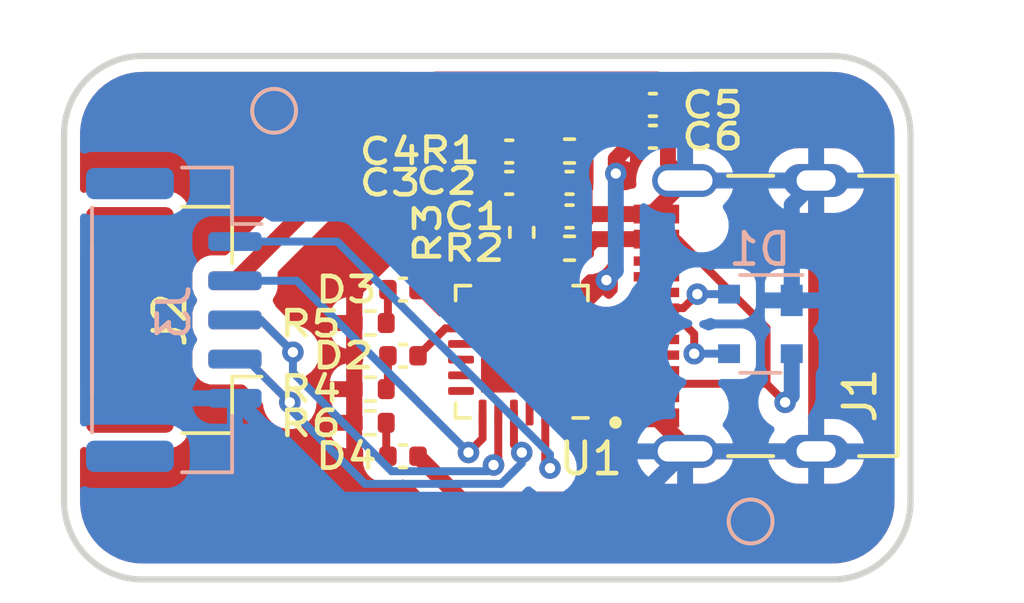
<source format=kicad_pcb>
(kicad_pcb (version 20211014) (generator pcbnew)
  (layers (0 "F.Cu" signal "Front") (31 "B.Cu" signal "Back") (34 "B.Paste" user) (35 "F.Paste" user) (36 "B.SilkS" user "B.Silkscreen") (37 "F.SilkS" user "F.Silkscreen") (38 "B.Mask" user) (39 "F.Mask" user) (44 "Edge.Cuts" user))
  (net 0 "")
  (net 1 "Net-(C1-Pad1)")
  (net 2 "GND")
  (net 3 "+3V3")
  (net 4 "+5V")
  (net 5 "D+")
  (net 6 "D-")
  (net 7 "TXT")
  (net 8 "Net-(D2-Pad2)")
  (net 9 "RXT")
  (net 10 "Net-(D3-Pad2)")
  (net 11 "Net-(D4-Pad2)")
  (net 12 "RTS")
  (net 13 "RXD")
  (net 14 "TXD")
  (net 15 "DTR")
  (net 22 "Net-(U1-Pad9)")
  (footprint "Resistor_SMD:R_0402_1005Metric" (layer "F.Cu") (at 102.624 54.684)
    (fp_text reference "R1" (at -3.824 -0.021) (layer "F.SilkS") (effects (font (size 0.8 1))))
    (fp_text value "47.5k")
    (fp_line (start -0.153641 -0.38) (end 0.153641 -0.38) (layer "F.SilkS") (width 0.12))
    (fp_line (start -0.153641 0.38) (end 0.153641 0.38) (layer "F.SilkS") (width 0.12))
    (pad "1" smd roundrect (at -0.51 0) (size 0.54 0.64) (layers "F.Cu" "F.Paste" "F.Mask") (net 1 "Net-(C1-Pad1)"))
    (pad "2" smd roundrect (at 0.51 0) (size 0.54 0.64) (layers "F.Cu" "F.Paste" "F.Mask") (net 2 "GND"))
  )
  (footprint "Resistor_SMD:R_0402_1005Metric" (layer "F.Cu") (at 102.624 57.785 180)
    (fp_text reference "R2" (at 3.048 0) (layer "F.SilkS") (effects (font (size 0.8 1))))
    (fp_text value "22.1k")
    (fp_line (start -0.153641 0.38) (end 0.153641 0.38) (layer "F.SilkS") (width 0.12))
    (fp_line (start -0.153641 -0.38) (end 0.153641 -0.38) (layer "F.SilkS") (width 0.12))
    (pad "1" smd roundrect (at -0.51 0 180) (size 0.54 0.64) (layers "F.Cu" "F.Paste" "F.Mask") (net 4 "+5V"))
    (pad "2" smd roundrect (at 0.51 0 180) (size 0.54 0.64) (layers "F.Cu" "F.Paste" "F.Mask") (net 1 "Net-(C1-Pad1)"))
  )
  (footprint "Rolling_Custom:HRO_TYPE-C-31-M-12" (layer "F.Cu") (at 110.49 59.944 90)
    (fp_text reference "J1" (at -2.54 1.397 90) (layer "F.SilkS"))
    (fp_text value "TYPE-C-31-M-12" hide)
    (fp_line (start -4.47 -2.81) (end -4.47 -1.37) (layer "F.SilkS") (width 0.127))
    (fp_line (start 4.47 1.37) (end 4.47 2.6) (layer "F.SilkS") (width 0.127))
    (fp_line (start 4.47 -2.81) (end 4.47 -1.37) (layer "F.SilkS") (width 0.127))
    (fp_line (start -4.47 2.6) (end -4.47 1.37) (layer "F.SilkS") (width 0.127))
    (fp_line (start 4.47 2.6) (end -4.47 2.6) (layer "F.SilkS") (width 0.127))
    (fp_circle (center -3.4 -6.4) (end -3.3 -6.4) (layer "F.SilkS") (width 0.2) (fill none))
    (pad "" np_thru_hole circle (at -2.89 -3.65 90) (size 0.7 0.7) (drill 0.7) (layers *.Cu *.Mask))
    (pad "" np_thru_hole circle (at 2.89 -3.65 90) (size 0.7 0.7) (drill 0.7) (layers *.Cu *.Mask))
    (pad "A1B12" smd rect (at -3.25 -5.095 90) (size 0.6 1.45) (layers "F.Cu" "F.Paste" "F.Mask") (net 2 "GND"))
    (pad "A4B9" smd rect (at -2.45 -5.095 90) (size 0.6 1.45) (layers "F.Cu" "F.Paste" "F.Mask") (net 4 "+5V"))
    (pad "A5" smd rect (at -1.25 -5.095 90) (size 0.3 1.45) (layers "F.Cu" "F.Paste" "F.Mask"))
    (pad "A6" smd rect (at -0.25 -5.095 90) (size 0.3 1.45) (layers "F.Cu" "F.Paste" "F.Mask") (net 5 "D+"))
    (pad "A7" smd rect (at 0.25 -5.095 90) (size 0.3 1.45) (layers "F.Cu" "F.Paste" "F.Mask") (net 6 "D-"))
    (pad "A8" smd rect (at 1.25 -5.095 90) (size 0.3 1.45) (layers "F.Cu" "F.Paste" "F.Mask"))
    (pad "B1A12" smd rect (at 3.25 -5.095 90) (size 0.6 1.45) (layers "F.Cu" "F.Paste" "F.Mask") (net 2 "GND"))
    (pad "B4A9" smd rect (at 2.45 -5.095 90) (size 0.6 1.45) (layers "F.Cu" "F.Paste" "F.Mask") (net 4 "+5V"))
    (pad "B5" smd rect (at 1.75 -5.095 90) (size 0.3 1.45) (layers "F.Cu" "F.Paste" "F.Mask"))
    (pad "B6" smd rect (at 0.75 -5.095 90) (size 0.3 1.45) (layers "F.Cu" "F.Paste" "F.Mask"))
    (pad "B7" smd rect (at -0.75 -5.095 90) (size 0.3 1.45) (layers "F.Cu" "F.Paste" "F.Mask"))
    (pad "B8" smd rect (at -1.75 -5.095 90) (size 0.3 1.45) (layers "F.Cu" "F.Paste" "F.Mask"))
    (pad "S1" thru_hole oval (at -4.32 -4.18 90) (size 1.05 2.1) (drill oval 0.65 1.75) (layers *.Cu *.Mask) (net 2 "GND"))
    (pad "S2" thru_hole oval (at 4.32 -4.18 90) (size 1.05 2.1) (drill oval 0.65 1.75) (layers *.Cu *.Mask) (net 2 "GND"))
    (pad "S3" thru_hole oval (at -4.32 0 90) (size 1.05 2.1) (drill oval 0.65 1.25) (layers *.Cu *.Mask) (net 2 "GND"))
    (pad "S4" thru_hole oval (at 4.32 0 90) (size 1.05 2.1) (drill oval 0.65 1.25) (layers *.Cu *.Mask) (net 2 "GND"))
  )
  (footprint "Capacitor_SMD:C_0402_1005Metric" (layer "F.Cu") (at 97.31 64.4184 180)
    (fp_text reference "D4" (at 1.806 0) (layer "F.SilkS") (effects (font (size 0.8 1))))
    (fp_text value "NCD0402W1")
    (fp_line (start -0.107836 0.36) (end 0.107836 0.36) (layer "F.SilkS") (width 0.12))
    (fp_line (start -0.107836 -0.36) (end 0.107836 -0.36) (layer "F.SilkS") (width 0.12))
    (pad "1" smd roundrect (at -0.48 0 180) (size 0.56 0.62) (layers "F.Cu" "F.Paste" "F.Mask") (net 2 "GND"))
    (pad "2" smd roundrect (at 0.48 0 180) (size 0.56 0.62) (layers "F.Cu" "F.Paste" "F.Mask") (net 11 "Net-(D4-Pad2)"))
  )
  (footprint "Capacitor_SMD:C_0402_1005Metric" (layer "F.Cu") (at 100.7 55.7 180)
    (fp_text reference "C3" (at 3.8 0) (layer "F.SilkS") (effects (font (size 0.8 1))))
    (fp_text value "1uf")
    (fp_line (start -0.107836 0.36) (end 0.107836 0.36) (layer "F.SilkS") (width 0.12))
    (fp_line (start -0.107836 -0.36) (end 0.107836 -0.36) (layer "F.SilkS") (width 0.12))
    (pad "1" smd roundrect (at -0.48 0 180) (size 0.56 0.62) (layers "F.Cu" "F.Paste" "F.Mask") (net 1 "Net-(C1-Pad1)"))
    (pad "2" smd roundrect (at 0.48 0 180) (size 0.56 0.62) (layers "F.Cu" "F.Paste" "F.Mask") (net 2 "GND"))
  )
  (footprint "Capacitor_SMD:C_0402_1005Metric" (layer "F.Cu") (at 105.283 54.229)
    (fp_text reference "C6" (at 1.905 0) (layer "F.SilkS") (effects (font (size 0.8 1))))
    (fp_text value "0.1uf")
    (fp_line (start -0.107836 0.36) (end 0.107836 0.36) (layer "F.SilkS") (width 0.12))
    (fp_line (start -0.107836 -0.36) (end 0.107836 -0.36) (layer "F.SilkS") (width 0.12))
    (pad "1" smd roundrect (at -0.48 0) (size 0.56 0.62) (layers "F.Cu" "F.Paste" "F.Mask") (net 3 "+3V3"))
    (pad "2" smd roundrect (at 0.48 0) (size 0.56 0.62) (layers "F.Cu" "F.Paste" "F.Mask") (net 2 "GND"))
  )
  (footprint "Capacitor_SMD:C_0402_1005Metric" (layer "F.Cu") (at 102.624 55.7)
    (fp_text reference "C2" (at -3.924 -0.053) (layer "F.SilkS") (effects (font (size 0.8 1))))
    (fp_text value "4.7uf")
    (fp_line (start -0.107836 -0.36) (end 0.107836 -0.36) (layer "F.SilkS") (width 0.12))
    (fp_line (start -0.107836 0.36) (end 0.107836 0.36) (layer "F.SilkS") (width 0.12))
    (pad "1" smd roundrect (at -0.48 0) (size 0.56 0.62) (layers "F.Cu" "F.Paste" "F.Mask") (net 1 "Net-(C1-Pad1)"))
    (pad "2" smd roundrect (at 0.48 0) (size 0.56 0.62) (layers "F.Cu" "F.Paste" "F.Mask") (net 2 "GND"))
  )
  (footprint "Capacitor_SMD:C_0402_1005Metric" (layer "F.Cu") (at 102.624 56.769)
    (fp_text reference "C1" (at -3.048 0) (layer "F.SilkS") (effects (font (size 0.8 1))))
    (fp_text value "0.1uf")
    (fp_line (start -0.107836 0.36) (end 0.107836 0.36) (layer "F.SilkS") (width 0.12))
    (fp_line (start -0.107836 -0.36) (end 0.107836 -0.36) (layer "F.SilkS") (width 0.12))
    (pad "1" smd roundrect (at -0.48 0) (size 0.56 0.62) (layers "F.Cu" "F.Paste" "F.Mask") (net 1 "Net-(C1-Pad1)"))
    (pad "2" smd roundrect (at 0.48 0) (size 0.56 0.62) (layers "F.Cu" "F.Paste" "F.Mask") (net 2 "GND"))
  )
  (footprint "Resistor_SMD:R_0402_1005Metric" (layer "F.Cu") (at 96.266 62.2788)
    (fp_text reference "R4" (at -1.905 0) (layer "F.SilkS") (effects (font (size 0.8 1))))
    (fp_text value "200R")
    (fp_line (start -0.153641 -0.38) (end 0.153641 -0.38) (layer "F.SilkS") (width 0.12))
    (fp_line (start -0.153641 0.38) (end 0.153641 0.38) (layer "F.SilkS") (width 0.12))
    (pad "1" smd roundrect (at -0.51 0) (size 0.54 0.64) (layers "F.Cu" "F.Paste" "F.Mask") (net 3 "+3V3"))
    (pad "2" smd roundrect (at 0.51 0) (size 0.54 0.64) (layers "F.Cu" "F.Paste" "F.Mask") (net 8 "Net-(D2-Pad2)"))
  )
  (footprint "Package_DFN_QFN:QFN-24-1EP_4x4mm_P0.5mm_EP2.6x2.6mm" (layer "F.Cu") (at 101.1 61.087 180)
    (fp_text reference "U1" (at -2.2 -3.413) (layer "F.SilkS"))
    (fp_text value "CP2102N-A02-GQFN24")
    (fp_line (start -1.635 2.11) (end -2.11 2.11) (layer "F.SilkS") (width 0.12))
    (fp_line (start 2.11 -2.11) (end 2.11 -1.635) (layer "F.SilkS") (width 0.12))
    (fp_line (start 1.635 -2.11) (end 2.11 -2.11) (layer "F.SilkS") (width 0.12))
    (fp_line (start -2.11 2.11) (end -2.11 1.635) (layer "F.SilkS") (width 0.12))
    (fp_line (start 1.635 2.11) (end 2.11 2.11) (layer "F.SilkS") (width 0.12))
    (fp_line (start -1.635 -2.11) (end -2.11 -2.11) (layer "F.SilkS") (width 0.12))
    (fp_line (start 2.11 2.11) (end 2.11 1.635) (layer "F.SilkS") (width 0.12))
    (pad "1" smd roundrect (at -1.9375 -1.25 180) (size 0.825 0.25) (layers "F.Cu" "F.Paste" "F.Mask"))
    (pad "2" smd roundrect (at -1.9375 -0.75 180) (size 0.825 0.25) (layers "F.Cu" "F.Paste" "F.Mask") (net 2 "GND"))
    (pad "3" smd roundrect (at -1.9375 -0.25 180) (size 0.825 0.25) (layers "F.Cu" "F.Paste" "F.Mask") (net 5 "D+"))
    (pad "4" smd roundrect (at -1.9375 0.25 180) (size 0.825 0.25) (layers "F.Cu" "F.Paste" "F.Mask") (net 6 "D-"))
    (pad "5" smd roundrect (at -1.9375 0.75 180) (size 0.825 0.25) (layers "F.Cu" "F.Paste" "F.Mask") (net 3 "+3V3"))
    (pad "6" smd roundrect (at -1.9375 1.25 180) (size 0.825 0.25) (layers "F.Cu" "F.Paste" "F.Mask") (net 3 "+3V3"))
    (pad "7" smd roundrect (at -1.25 1.9375 180) (size 0.25 0.825) (layers "F.Cu" "F.Paste" "F.Mask") (net 4 "+5V"))
    (pad "8" smd roundrect (at -0.75 1.9375 180) (size 0.25 0.825) (layers "F.Cu" "F.Paste" "F.Mask") (net 1 "Net-(C1-Pad1)"))
    (pad "9" smd roundrect (at -0.25 1.9375 180) (size 0.25 0.825) (layers "F.Cu" "F.Paste" "F.Mask") (net 22 "Net-(U1-Pad9)"))
    (pad "10" smd roundrect (at 0.25 1.9375 180) (size 0.25 0.825) (layers "F.Cu" "F.Paste" "F.Mask"))
    (pad "11" smd roundrect (at 0.75 1.9375 180) (size 0.25 0.825) (layers "F.Cu" "F.Paste" "F.Mask"))
    (pad "12" smd roundrect (at 1.25 1.9375 180) (size 0.25 0.825) (layers "F.Cu" "F.Paste" "F.Mask"))
    (pad "13" smd roundrect (at 1.9375 1.25 180) (size 0.825 0.25) (layers "F.Cu" "F.Paste" "F.Mask") (net 9 "RXT"))
    (pad "14" smd roundrect (at 1.9375 0.75 180) (size 0.825 0.25) (layers "F.Cu" "F.Paste" "F.Mask") (net 7 "TXT"))
    (pad "15" smd roundrect (at 1.9375 0.25 180) (size 0.825 0.25) (layers "F.Cu" "F.Paste" "F.Mask"))
    (pad "16" smd roundrect (at 1.9375 -0.25 180) (size 0.825 0.25) (layers "F.Cu" "F.Paste" "F.Mask"))
    (pad "17" smd roundrect (at 1.9375 -0.75 180) (size 0.825 0.25) (layers "F.Cu" "F.Paste" "F.Mask"))
    (pad "18" smd roundrect (at 1.9375 -1.25 180) (size 0.825 0.25) (layers "F.Cu" "F.Paste" "F.Mask"))
    (pad "19" smd roundrect (at 1.25 -1.9375 180) (size 0.25 0.825) (layers "F.Cu" "F.Paste" "F.Mask") (net 12 "RTS"))
    (pad "20" smd roundrect (at 0.75 -1.9375 180) (size 0.25 0.825) (layers "F.Cu" "F.Paste" "F.Mask") (net 13 "RXD"))
    (pad "21" smd roundrect (at 0.25 -1.9375 180) (size 0.25 0.825) (layers "F.Cu" "F.Paste" "F.Mask") (net 14 "TXD"))
    (pad "22" smd roundrect (at -0.25 -1.9375 180) (size 0.25 0.825) (layers "F.Cu" "F.Paste" "F.Mask"))
    (pad "23" smd roundrect (at -0.75 -1.9375 180) (size 0.25 0.825) (layers "F.Cu" "F.Paste" "F.Mask") (net 15 "DTR"))
    (pad "24" smd roundrect (at -1.25 -1.9375 180) (size 0.25 0.825) (layers "F.Cu" "F.Paste" "F.Mask"))
    (pad "25" smd rect (at 0 0 180) (size 2.6 2.6) (layers "F.Cu" "F.Mask") (net 2 "GND"))
  )
  (footprint "Resistor_SMD:R_0402_1005Metric" (layer "F.Cu") (at 96.266 60.1686)
    (fp_text reference "R5" (at -1.905 0.0294) (layer "F.SilkS") (effects (font (size 0.8 1))))
    (fp_text value "200R")
    (fp_line (start -0.153641 0.38) (end 0.153641 0.38) (layer "F.SilkS") (width 0.12))
    (fp_line (start -0.153641 -0.38) (end 0.153641 -0.38) (layer "F.SilkS") (width 0.12))
    (pad "1" smd roundrect (at -0.51 0) (size 0.54 0.64) (layers "F.Cu" "F.Paste" "F.Mask") (net 3 "+3V3"))
    (pad "2" smd roundrect (at 0.51 0) (size 0.54 0.64) (layers "F.Cu" "F.Paste" "F.Mask") (net 10 "Net-(D3-Pad2)"))
  )
  (footprint "Capacitor_SMD:C_0402_1005Metric" (layer "F.Cu") (at 97.31 59.1038 180)
    (fp_text reference "D3" (at 1.806 0) (layer "F.SilkS") (effects (font (size 0.8 1))))
    (fp_text value "NCD0402G1")
    (fp_line (start -0.107836 0.36) (end 0.107836 0.36) (layer "F.SilkS") (width 0.12))
    (fp_line (start -0.107836 -0.36) (end 0.107836 -0.36) (layer "F.SilkS") (width 0.12))
    (pad "1" smd roundrect (at -0.48 0 180) (size 0.56 0.62) (layers "F.Cu" "F.Paste" "F.Mask") (net 9 "RXT"))
    (pad "2" smd roundrect (at 0.48 0 180) (size 0.56 0.62) (layers "F.Cu" "F.Paste" "F.Mask") (net 10 "Net-(D3-Pad2)"))
  )
  (footprint "Resistor_SMD:R_0402_1005Metric" (layer "F.Cu") (at 101.1 57.277 90)
    (fp_text reference "R3" (at -0.023 -3 90) (layer "F.SilkS") (effects (font (size 0.8 1))))
    (fp_text value "1k")
    (fp_line (start -0.153641 0.38) (end 0.153641 0.38) (layer "F.SilkS") (width 0.12))
    (fp_line (start -0.153641 -0.38) (end 0.153641 -0.38) (layer "F.SilkS") (width 0.12))
    (pad "1" smd roundrect (at -0.51 0 90) (size 0.54 0.64) (layers "F.Cu" "F.Paste" "F.Mask") (net 22 "Net-(U1-Pad9)"))
    (pad "2" smd roundrect (at 0.51 0 90) (size 0.54 0.64) (layers "F.Cu" "F.Paste" "F.Mask") (net 3 "+3V3"))
  )
  (footprint "TestPoint:TestPoint_Pad_D1.0mm" (layer "F.Cu") (at 93.2 53.4)
    (fp_text reference "REF**" hide)
    (fp_text value "TestPoint_Pad_D1.0mm")
    (fp_circle (center 0 0) (end 0 0.7) (layer "F.SilkS") (width 0.12) (fill none))
    (pad "1" smd circle (at 0 0) (size 1 1) (layers "F.Cu" "F.Mask") (net 3 "+3V3"))
  )
  (footprint "TestPoint:TestPoint_Pad_D1.0mm" (layer "F.Cu") (at 108.4 66.5)
    (fp_text reference "REF**" hide)
    (fp_text value "TestPoint_Pad_D1.0mm")
    (fp_circle (center 0 0) (end 0 0.7) (layer "F.SilkS") (width 0.12) (fill none))
    (pad "1" smd circle (at 0 0) (size 1 1) (layers "F.Cu" "F.Mask") (net 3 "+3V3"))
  )
  (footprint "Capacitor_SMD:C_0402_1005Metric" (layer "F.Cu") (at 97.31 61.214 180)
    (fp_text reference "D2" (at 1.905 0) (layer "F.SilkS") (effects (font (size 0.8 1))))
    (fp_text value "MHT136UBCT")
    (fp_line (start -0.107836 -0.36) (end 0.107836 -0.36) (layer "F.SilkS") (width 0.12))
    (fp_line (start -0.107836 0.36) (end 0.107836 0.36) (layer "F.SilkS") (width 0.12))
    (pad "1" smd roundrect (at -0.48 0 180) (size 0.56 0.62) (layers "F.Cu" "F.Paste" "F.Mask") (net 7 "TXT"))
    (pad "2" smd roundrect (at 0.48 0 180) (size 0.56 0.62) (layers "F.Cu" "F.Paste" "F.Mask") (net 8 "Net-(D2-Pad2)"))
  )
  (footprint "Connector_JST:JST_GH_BM03B-GHS-TBT_1x03-1MP_P1.25mm_Vertical" (layer "F.Cu") (at 90 60.071 90)
    (fp_text reference "J2" (at 0 -0.127 90) (layer "F.SilkS"))
    (fp_text value "UART_NPWR")
    (fp_line (start -3.61 1.86) (end -1.81 1.86) (layer "F.SilkS") (width 0.12))
    (fp_line (start 3.61 1.86) (end 1.81 1.86) (layer "F.SilkS") (width 0.12))
    (fp_line (start -1.81 1.86) (end -1.81 2.8) (layer "F.SilkS") (width 0.12))
    (fp_line (start 3.61 0.26) (end 3.61 1.86) (layer "F.SilkS") (width 0.12))
    (fp_line (start -2.34 -2.61) (end 2.34 -2.61) (layer "F.SilkS") (width 0.12))
    (fp_line (start -3.61 0.26) (end -3.61 1.86) (layer "F.SilkS") (width 0.12))
    (pad "1" smd roundrect locked (at -1.25 1.95 90) (size 0.6 1.7) (layers "F.Cu" "F.Paste" "F.Mask") (net 14 "TXD"))
    (pad "2" smd roundrect locked (at 0 1.95 90) (size 0.6 1.7) (layers "F.Cu" "F.Paste" "F.Mask") (net 13 "RXD"))
    (pad "3" smd roundrect locked (at 1.25 1.95 90) (size 0.6 1.7) (layers "F.Cu" "F.Paste" "F.Mask") (net 2 "GND"))
    (pad "MP" smd roundrect locked (at 3.1 -1.4 90) (size 1 2.8) (layers "F.Cu" "F.Paste" "F.Mask"))
    (pad "MP" smd roundrect locked (at -3.1 -1.4 90) (size 1 2.8) (layers "F.Cu" "F.Paste" "F.Mask"))
  )
  (footprint "Resistor_SMD:R_0402_1005Metric" (layer "F.Cu") (at 96.266 63.3536)
    (fp_text reference "R6" (at -1.905 0.0194) (layer "F.SilkS") (effects (font (size 0.8 1))))
    (fp_text value "200R")
    (fp_line (start -0.153641 -0.38) (end 0.153641 -0.38) (layer "F.SilkS") (width 0.12))
    (fp_line (start -0.153641 0.38) (end 0.153641 0.38) (layer "F.SilkS") (width 0.12))
    (pad "1" smd roundrect (at -0.51 0) (size 0.54 0.64) (layers "F.Cu" "F.Paste" "F.Mask") (net 3 "+3V3"))
    (pad "2" smd roundrect (at 0.51 0) (size 0.54 0.64) (layers "F.Cu" "F.Paste" "F.Mask") (net 11 "Net-(D4-Pad2)"))
  )
  (footprint "Capacitor_SMD:C_0402_1005Metric" (layer "F.Cu") (at 105.283 53.213)
    (fp_text reference "C5" (at 1.905 0) (layer "F.SilkS") (effects (font (size 0.8 1))))
    (fp_text value "4.7uf")
    (fp_line (start -0.107836 0.36) (end 0.107836 0.36) (layer "F.SilkS") (width 0.12))
    (fp_line (start -0.107836 -0.36) (end 0.107836 -0.36) (layer "F.SilkS") (width 0.12))
    (pad "1" smd roundrect (at -0.48 0) (size 0.56 0.62) (layers "F.Cu" "F.Paste" "F.Mask") (net 3 "+3V3"))
    (pad "2" smd roundrect (at 0.48 0) (size 0.56 0.62) (layers "F.Cu" "F.Paste" "F.Mask") (net 2 "GND"))
  )
  (footprint "Capacitor_SMD:C_0402_1005Metric" (layer "F.Cu") (at 100.7 54.7 180)
    (fp_text reference "C4" (at 3.8 0) (layer "F.SilkS") (effects (font (size 0.8 1))))
    (fp_text value "100uf")
    (fp_line (start -0.107836 -0.36) (end 0.107836 -0.36) (layer "F.SilkS") (width 0.12))
    (fp_line (start -0.107836 0.36) (end 0.107836 0.36) (layer "F.SilkS") (width 0.12))
    (pad "1" smd roundrect (at -0.48 0 180) (size 0.56 0.62) (layers "F.Cu" "F.Paste" "F.Mask") (net 1 "Net-(C1-Pad1)"))
    (pad "2" smd roundrect (at 0.48 0 180) (size 0.56 0.62) (layers "F.Cu" "F.Paste" "F.Mask") (net 2 "GND"))
  )
  (footprint "Package_TO_SOT_SMD:SOT-143" (layer "B.Cu") (at 108.712 60.198 180)
    (fp_text reference "D1" (at 0.02 2.38) (layer "B.SilkS") (effects (justify mirror)))
    (fp_text value "SP0503BAHT")
    (fp_line (start -0.65 -1.56) (end 0.65 -1.56) (layer "B.SilkS") (width 0.12))
    (fp_line (start 0.65 1.56) (end -1.35 1.56) (layer "B.SilkS") (width 0.12))
    (pad "1" smd rect (at -1 0.75 180) (size 0.7 1) (layers "B.Cu" "B.Paste" "B.Mask") (net 2 "GND"))
    (pad "2" smd rect (at -1 -0.95 180) (size 0.7 0.6) (layers "B.Cu" "B.Paste" "B.Mask") (net 4 "+5V"))
    (pad "3" smd rect (at 1 -0.95 180) (size 0.7 0.6) (layers "B.Cu" "B.Paste" "B.Mask") (net 5 "D+"))
    (pad "4" smd rect (at 1 0.95 180) (size 0.7 0.6) (layers "B.Cu" "B.Paste" "B.Mask") (net 6 "D-"))
  )
  (footprint "Connector_JST:JST_GH_BM05B-GHS-TBT_1x05-1MP_P1.25mm_Vertical" (layer "B.Cu") (at 90 60.071 -90)
    (fp_text reference "J3" (at -0.254 0 90) (layer "B.SilkS") (effects (justify mirror)))
    (fp_text value "UART_FLASH_ESP" hide)
    (fp_line (start -4.86 -1.86) (end -3.06 -1.86) (layer "B.SilkS") (width 0.12))
    (fp_line (start -4.86 -0.26) (end -4.86 -1.86) (layer "B.SilkS") (width 0.12))
    (fp_line (start 4.86 -1.86) (end 3.06 -1.86) (layer "B.SilkS") (width 0.12))
    (fp_line (start -3.06 -1.86) (end -3.06 -2.8) (layer "B.SilkS") (width 0.12))
    (fp_line (start 4.86 -0.26) (end 4.86 -1.86) (layer "B.SilkS") (width 0.12))
    (fp_line (start -3.59 2.61) (end 3.59 2.61) (layer "B.SilkS") (width 0.12))
    (pad "1" smd roundrect locked (at -2.5 -1.95 270) (size 0.6 1.7) (layers "B.Cu" "B.Paste" "B.Mask") (net 15 "DTR"))
    (pad "2" smd roundrect locked (at -1.25 -1.95 270) (size 0.6 1.7) (layers "B.Cu" "B.Paste" "B.Mask") (net 12 "RTS"))
    (pad "3" smd roundrect locked (at 0 -1.95 270) (size 0.6 1.7) (layers "B.Cu" "B.Paste" "B.Mask") (net 13 "RXD"))
    (pad "4" smd roundrect locked (at 1.25 -1.95 270) (size 0.6 1.7) (layers "B.Cu" "B.Paste" "B.Mask") (net 14 "TXD"))
    (pad "5" smd roundrect locked (at 2.5 -1.95 270) (size 0.6 1.7) (layers "B.Cu" "B.Paste" "B.Mask") (net 2 "GND"))
    (pad "MP" smd roundrect locked (at -4.35 1.4 270) (size 1 2.8) (layers "B.Cu" "B.Paste" "B.Mask"))
    (pad "MP" smd roundrect locked (at 4.35 1.4 270) (size 1 2.8) (layers "B.Cu" "B.Paste" "B.Mask"))
  )
  (footprint "TestPoint:TestPoint_Pad_D1.0mm" (layer "B.Cu") (at 108.4 66.5 180)
    (fp_text reference "REF**" hide)
    (fp_text value "TestPoint_Pad_D1.0mm")
    (fp_circle (center 0 0) (end 0 -0.7) (layer "B.SilkS") (width 0.12) (fill none))
    (pad "1" smd circle (at 0 0 180) (size 1 1) (layers "B.Cu" "B.Mask") (net 2 "GND"))
  )
  (footprint "TestPoint:TestPoint_Pad_D1.0mm" (layer "B.Cu") (at 93.2 53.4 180)
    (fp_text reference "REF**" hide)
    (fp_text value "TestPoint_Pad_D1.0mm")
    (fp_circle (center 0 0) (end 0 -0.7) (layer "B.SilkS") (width 0.12) (fill none))
    (pad "1" smd circle (at 0 0 180) (size 1 1) (layers "B.Cu" "B.Mask") (net 2 "GND"))
  )
  (gr_arc (start 111 51.65) (mid 112.767767 52.382233) (end 113.5 54.15) (layer "Edge.Cuts") (width 0.2))
  (gr_arc (start 89 68.35) (mid 87.232233 67.617767) (end 86.5 65.85) (layer "Edge.Cuts") (width 0.2))
  (gr_line (start 86.5 54.15) (end 86.5 65.85) (layer "Edge.Cuts") (width 0.2))
  (gr_line (start 89 51.65) (end 111 51.65) (layer "Edge.Cuts") (width 0.2))
  (gr_line (start 89 68.35) (end 111 68.35) (layer "Edge.Cuts") (width 0.2))
  (gr_arc (start 113.5 65.85) (mid 112.767767 67.617767) (end 111 68.35) (layer "Edge.Cuts") (width 0.2))
  (gr_arc (start 86.5 54.15) (mid 87.232233 52.382233) (end 89 51.65) (layer "Edge.Cuts") (width 0.2))
  (gr_line (start 113.5 54.15) (end 113.5 65.85) (layer "Edge.Cuts") (width 0.2))
  (segment (start 101.85 58.049) (end 102.114 57.785) (width 0.254) (layer "F.Cu") (net 1))
  (segment (start 102.114 54.684) (end 102.114 55.67) (width 0.508) (layer "F.Cu") (net 1))
  (segment (start 101.18 55.7) (end 101.18 54.7) (width 0.508) (layer "F.Cu") (net 1))
  (segment (start 101.18 54.7) (end 102.098 54.7) (width 0.508) (layer "F.Cu") (net 1))
  (segment (start 102.144 55.7) (end 102.144 57.755) (width 0.508) (layer "F.Cu") (net 1))
  (segment (start 101.85 59.1495) (end 101.85 58.049) (width 0.254) (layer "F.Cu") (net 1))
  (segment (start 105.395 56.694) (end 105.395 56.539) (width 0.508) (layer "F.Cu") (net 2))
  (segment (start 106.31 64.109) (end 105.395 63.194) (width 0.508) (layer "F.Cu") (net 2))
  (segment (start 105.763 52.763) (end 105.763 53.213) (width 0.508) (layer "F.Cu") (net 2))
  (segment (start 100.22 54.48) (end 100.22 54.7) (width 0.508) (layer "F.Cu") (net 2))
  (segment (start 106.31 64.264) (end 106.31 64.109) (width 0.508) (layer "F.Cu") (net 2))
  (segment (start 105.763 55.077) (end 106.31 55.624) (width 0.508) (layer "F.Cu") (net 2))
  (segment (start 105.763 54.229) (end 105.763 55.077) (width 0.508) (layer "F.Cu") (net 2))
  (segment (start 103.134 54.334) (end 102.6 53.8) (width 0.508) (layer "F.Cu") (net 2))
  (segment (start 103.0375 61.837) (end 103.537 61.837) (width 0.254) (layer "F.Cu") (net 2))
  (segment (start 103.0375 61.837) (end 101.85 61.837) (width 0.254) (layer "F.Cu") (net 2))
  (segment (start 104 62.3) (end 104 62.7) (width 0.254) (layer "F.Cu") (net 2))
  (segment (start 104.494 63.194) (end 105.395 63.194) (width 0.254) (layer "F.Cu") (net 2))
  (segment (start 103.537 61.837) (end 104 62.3) (width 0.254) (layer "F.Cu") (net 2))
  (segment (start 101.85 61.837) (end 101.1 61.087) (width 0.254) (layer "F.Cu") (net 2))
  (segment (start 97.79 64.4184) (end 99.1716 65.8) (width 0.508) (layer "F.Cu") (net 2))
  (segment (start 103.134 54.684) (end 103.134 54.334) (width 0.508) (layer "F.Cu") (net 2))
  (segment (start 103.104 56.769) (end 103.104 55.7) (width 0.508) (layer "F.Cu") (net 2))
  (segment (start 103.179 56.694) (end 103.104 56.769) (width 0.508) (layer "F.Cu") (net 2))
  (segment (start 100.9 53.8) (end 100.22 54.48) (width 0.508) (layer "F.Cu") (net 2))
  (segment (start 91.95 58.821) (end 98.371 52.4) (width 0.508) (layer "F.Cu") (net 2))
  (segment (start 103.134 54.684) (end 103.134 55.67) (width 0.508) (layer "F.Cu") (net 2))
  (segment (start 105.395 56.539) (end 106.31 55.624) (width 0.508) (layer "F.Cu") (net 2))
  (segment (start 100.22 55.7) (end 100.22 54.7) (width 0.508) (layer "F.Cu") (net 2))
  (segment (start 110.49 64.264) (end 110.49 55.624) (width 0.508) (layer "F.Cu") (net 2))
  (segment (start 98.371 52.4) (end 105.4 52.4) (width 0.508) (layer "F.Cu") (net 2))
  (segment (start 105.395 56.694) (end 103.179 56.694) (width 0.508) (layer "F.Cu") (net 2))
  (segment (start 102.6 53.8) (end 100.9 53.8) (width 0.508) (layer "F.Cu") (net 2))
  (segment (start 99.1716 65.8) (end 104.774 65.8) (width 0.508) (layer "F.Cu") (net 2))
  (segment (start 104.774 65.8) (end 106.31 64.264) (width 0.508) (layer "F.Cu") (net 2))
  (segment (start 106.31 64.264) (end 110.49 64.264) (width 0.508) (layer "F.Cu") (net 2))
  (segment (start 106.31 55.624) (end 110.49 55.624) (width 0.508) (layer "F.Cu") (net 2))
  (segment (start 104 62.7) (end 104.494 63.194) (width 0.254) (layer "F.Cu") (net 2))
  (segment (start 105.763 54.229) (end 105.763 53.213) (width 0.508) (layer "F.Cu") (net 2))
  (segment (start 105.4 52.4) (end 105.763 52.763) (width 0.508) (layer "F.Cu") (net 2))
  (segment (start 104.76648 65.80752) (end 106.31 64.264) (width 0.508) (layer "B.Cu") (net 2))
  (segment (start 109.712 56.402) (end 110.49 55.624) (width 0.508) (layer "B.Cu") (net 2))
  (segment (start 91.95 62.571) (end 95.18652 65.80752) (width 0.508) (layer "B.Cu") (net 2))
  (segment (start 109.712 59.448) (end 109.712 56.402) (width 0.508) (layer "B.Cu") (net 2))
  (segment (start 95.18652 65.80752) (end 104.76648 65.80752) (width 0.508) (layer "B.Cu") (net 2))
  (segment (start 98.120674 56.767) (end 95.756 59.131674) (width 0.508) (layer "F.Cu") (net 3))
  (segment (start 103.8 58.8) (end 103 59.6) (width 0.508) (layer "F.Cu") (net 3))
  (segment (start 98.633 56.767) (end 98.633 55.169654) (width 0.508) (layer "F.Cu") (net 3))
  (segment (start 104.755481 53.165481) (end 104.803 53.213) (width 0.508) (layer "F.Cu") (net 3))
  (segment (start 104.803 53.213) (end 104.803 54.229) (width 0.508) (layer "F.Cu") (net 3))
  (segment (start 95.756 63.3536) (end 95.756 60.1686) (width 0.508) (layer "F.Cu") (net 3))
  (segment (start 103 59.6) (end 103 59.7995) (width 0.508) (layer "F.Cu") (net 3))
  (segment (start 100.637173 53.165481) (end 104.755481 53.165481) (width 0.508) (layer "F.Cu") (net 3))
  (segment (start 98.633 55.169654) (end 100.637173 53.165481) (width 0.508) (layer "F.Cu") (net 3))
  (segment (start 104.1 54.932) (end 104.803 54.229) (width 0.508) (layer "F.Cu") (net 3))
  (segment (start 101.1 56.767) (end 98.633 56.767) (width 0.508) (layer "F.Cu") (net 3))
  (segment (start 103 59.7995) (end 103.0375 59.837) (width 0.508) (layer "F.Cu") (net 3))
  (segment (start 104.1 55.4) (end 104.1 54.932) (width 0.508) (layer "F.Cu") (net 3))
  (segment (start 103.0375 59.837) (end 103.0375 60.32948) (width 0.508) (layer "F.Cu") (net 3))
  (segment (start 95.756 59.131674) (end 95.756 60.1686) (width 0.508) (layer "F.Cu") (net 3))
  (segment (start 98.633 56.767) (end 98.120674 56.767) (width 0.508) (layer "F.Cu") (net 3))
  (via (at 104.1 55.4) (size 0.6858) (drill 0.3302) (layers "F.Cu" "B.Cu") (net 3))
  (via (at 103.8 58.8) (size 0.6858) (drill 0.3302) (layers "F.Cu" "B.Cu") (net 3))
  (segment (start 104.1 55.4) (end 104.1 58.5) (width 0.508) (layer "B.Cu") (net 3))
  (segment (start 104.1 58.5) (end 103.8 58.8) (width 0.508) (layer "B.Cu") (net 3))
  (segment (start 102.35 58.569) (end 103.134 57.785) (width 0.254) (layer "F.Cu") (net 4))
  (segment (start 106.077022 57.494) (end 105.395 57.494) (width 0.254) (layer "F.Cu") (net 4))
  (segment (start 105.681521 62.107479) (end 108.907479 62.107479) (width 0.254) (layer "F.Cu") (net 4))
  (segment (start 103.425 57.494) (end 103.134 57.785) (width 0.508) (layer "F.Cu") (net 4))
  (segment (start 105.395 57.494) (end 103.425 57.494) (width 0.508) (layer "F.Cu") (net 4))
  (segment (start 108.907479 62.107479) (end 108.907479 60.324457) (width 0.254) (layer "F.Cu") (net 4))
  (segment (start 108.907479 60.324457) (end 106.077022 57.494) (width 0.254) (layer "F.Cu") (net 4))
  (segment (start 102.35 59.1495) (end 102.35 58.569) (width 0.254) (layer "F.Cu") (net 4))
  (segment (start 105.395 62.394) (end 105.681521 62.107479) (width 0.254) (layer "F.Cu") (net 4))
  (segment (start 108.907479 62.107479) (end 109.5 62.7) (width 0.254) (layer "F.Cu") (net 4))
  (via (at 109.5 62.7) (size 0.6858) (drill 0.3302) (layers "F.Cu" "B.Cu") (net 4))
  (segment (start 109.712 62.488) (end 109.5 62.7) (width 0.508) (layer "B.Cu") (net 4))
  (segment (start 109.712 61.148) (end 109.712 62.488) (width 0.508) (layer "B.Cu") (net 4))
  (segment (start 103.435055 61.337) (end 103.0375 61.337) (width 0.254) (layer "F.Cu") (net 5))
  (segment (start 106.277022 60.194) (end 106.6 60.516978) (width 0.254) (layer "F.Cu") (net 5))
  (segment (start 104.578055 60.194) (end 103.435055 61.337) (width 0.254) (layer "F.Cu") (net 5))
  (segment (start 106.6 60.516978) (end 106.6 61.148) (width 0.254) (layer "F.Cu") (net 5))
  (segment (start 105.395 60.194) (end 106.277022 60.194) (width 0.254) (layer "F.Cu") (net 5))
  (segment (start 105.395 60.194) (end 104.578055 60.194) (width 0.254) (layer "F.Cu") (net 5))
  (via (at 106.6 61.148) (size 0.6858) (drill 0.3302) (layers "F.Cu" "B.Cu") (net 5))
  (segment (start 107.712 61.148) (end 106.6 61.148) (width 0.254) (layer "B.Cu") (net 5))
  (segment (start 105.395 59.694) (end 104.539919 59.694) (width 0.254) (layer "F.Cu") (net 6))
  (segment (start 103.396919 60.837) (end 103.0375 60.837) (width 0.254) (layer "F.Cu") (net 6))
  (segment (start 106.254 59.694) (end 106.7 59.248) (width 0.254) (layer "F.Cu") (net 6))
  (segment (start 105.395 59.694) (end 106.254 59.694) (width 0.254) (layer "F.Cu") (net 6))
  (segment (start 104.539919 59.694) (end 103.396919 60.837) (width 0.254) (layer "F.Cu") (net 6))
  (via (at 106.7 59.248) (size 0.6858) (drill 0.3302) (layers "F.Cu" "B.Cu") (net 6))
  (segment (start 107.712 59.248) (end 106.7 59.248) (width 0.254) (layer "B.Cu") (net 6))
  (segment (start 99.1625 60.337) (end 98.667 60.337) (width 0.254) (layer "F.Cu") (net 7))
  (segment (start 98.667 60.337) (end 97.79 61.214) (width 0.254) (layer "F.Cu") (net 7))
  (segment (start 96.83 61.214) (end 96.83 62.2248) (width 0.254) (layer "F.Cu") (net 8))
  (segment (start 98.5232 59.837) (end 97.79 59.1038) (width 0.254) (layer "F.Cu") (net 9))
  (segment (start 99.1625 59.837) (end 98.5232 59.837) (width 0.254) (layer "F.Cu") (net 9))
  (segment (start 96.83 59.1038) (end 96.83 60.1146) (width 0.254) (layer "F.Cu") (net 10))
  (segment (start 96.776 63.3536) (end 96.776 64.3644) (width 0.254) (layer "F.Cu") (net 11))
  (segment (start 99.85 63.0245) (end 99.85 63.85) (width 0.254) (layer "F.Cu") (net 12))
  (segment (start 99.85 63.85) (end 99.4 64.3) (width 0.254) (layer "F.Cu") (net 12))
  (via (at 99.4 64.3) (size 0.6858) (drill 0.3302) (layers "F.Cu" "B.Cu") (net 12))
  (segment (start 99.4 64.3) (end 93.921 58.821) (width 0.254) (layer "B.Cu") (net 12))
  (segment (start 93.921 58.821) (end 91.95 58.821) (width 0.254) (layer "B.Cu") (net 12))
  (segment (start 93.8 61.1) (end 92.8 60.1) (width 0.254) (layer "F.Cu") (net 13))
  (segment (start 92.771 60.071) (end 92.120663 60.071) (width 0.254) (layer "F.Cu") (net 13))
  (segment (start 92.8 60.1) (end 92.6 60.1) (width 0.254) (layer "F.Cu") (net 13))
  (segment (start 100.2 64.7) (end 100.35 64.55) (width 0.254) (layer "F.Cu") (net 13))
  (segment (start 93.8 61.1) (end 92.771 60.071) (width 0.254) (layer "F.Cu") (net 13))
  (segment (start 100.35 64.55) (end 100.35 63.0245) (width 0.254) (layer "F.Cu") (net 13))
  (via (at 93.8 61.1) (size 0.6858) (drill 0.3302) (layers "F.Cu" "B.Cu") (net 13))
  (via (at 100.2 64.7) (size 0.6858) (drill 0.3302) (layers "F.Cu" "B.Cu") (net 13))
  (segment (start 93.8 61.1) (end 93.8 61.750337) (width 0.254) (layer "B.Cu") (net 13))
  (segment (start 93.8 61.1) (end 92.771 60.071) (width 0.254) (layer "B.Cu") (net 13))
  (segment (start 100.003589 64.896411) (end 100.2 64.7) (width 0.254) (layer "B.Cu") (net 13))
  (segment (start 92.771 60.071) (end 91.95 60.071) (width 0.254) (layer "B.Cu") (net 13))
  (segment (start 93.8 61.750337) (end 96.946074 64.896411) (width 0.254) (layer "B.Cu") (net 13))
  (segment (start 96.946074 64.896411) (end 100.003589 64.896411) (width 0.254) (layer "B.Cu") (net 13))
  (segment (start 92.321 61.321) (end 91.95 61.321) (width 0.254) (layer "F.Cu") (net 14))
  (segment (start 101.1 64.3) (end 100.85 64.05) (width 0.254) (layer "F.Cu") (net 14))
  (segment (start 100.85 64.05) (end 100.85 63.0245) (width 0.254) (layer "F.Cu") (net 14))
  (segment (start 93.7 62.7) (end 92.321 61.321) (width 0.254) (layer "F.Cu") (net 14))
  (via (at 101.1 64.3) (size 0.6858) (drill 0.3302) (layers "F.Cu" "B.Cu") (net 14))
  (via (at 93.7 62.7) (size 0.6858) (drill 0.3302) (layers "F.Cu" "B.Cu") (net 14))
  (segment (start 92.321 61.321) (end 91.95 61.321) (width 0.254) (layer "B.Cu") (net 14))
  (segment (start 93.7 62.7) (end 93.7 62.900337) (width 0.254) (layer "B.Cu") (net 14))
  (segment (start 101.1 64.643454) (end 101.1 64.3) (width 0.254) (layer "B.Cu") (net 14))
  (segment (start 100.443454 65.3) (end 101.1 64.643454) (width 0.254) (layer "B.Cu") (net 14))
  (segment (start 93.7 62.7) (end 92.321 61.321) (width 0.254) (layer "B.Cu") (net 14))
  (segment (start 96.099663 65.3) (end 100.443454 65.3) (width 0.254) (layer "B.Cu") (net 14))
  (segment (start 93.7 62.900337) (end 96.099663 65.3) (width 0.254) (layer "B.Cu") (net 14))
  (segment (start 101.85 64.65) (end 101.85 63.0245) (width 0.254) (layer "F.Cu") (net 15))
  (segment (start 102 64.8) (end 101.85 64.65) (width 0.254) (layer "F.Cu") (net 15))
  (via (at 102 64.8) (size 0.6858) (drill 0.3302) (layers "F.Cu" "B.Cu") (net 15))
  (segment (start 102 64.356546) (end 102 64.8) (width 0.254) (layer "B.Cu") (net 15))
  (segment (start 91.95 57.571) (end 95.214454 57.571) (width 0.254) (layer "B.Cu") (net 15))
  (segment (start 95.214454 57.571) (end 102 64.356546) (width 0.254) (layer "B.Cu") (net 15))
  (segment (start 101.35 58.037) (end 101.1 57.787) (width 0.254) (layer "F.Cu") (net 22))
  (segment (start 101.35 59.1495) (end 101.35 58.037) (width 0.254) (layer "F.Cu") (net 22))
  (zone (net 3) (net_name "+3V3") (layer "F.Cu") (connect_pads (clearance 0.508)) (min_thickness 0.254) (fill yes (thermal_gap 0.508) (thermal_bridge_width 0.508))
    (polygon (pts (xy 114 69) (xy 86 69) (xy 86 51) (xy 114 51)))
  )
  (zone (net 2) (net_name "GND") (layer "B.Cu") (connect_pads (clearance 0.508)) (min_thickness 0.254) (fill yes (thermal_gap 0.508) (thermal_bridge_width 0.508))
    (polygon (pts (xy 114.1 69.1) (xy 85.9 69.1) (xy 85.9 50.9) (xy 114.1 50.9)))
  )
)
</source>
